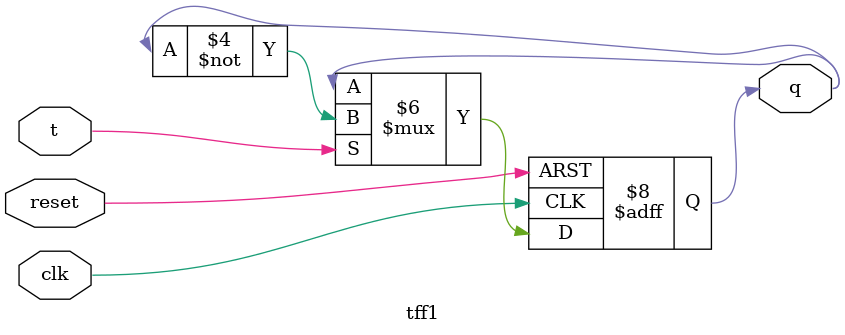
<source format=v>
module tff1(t,clk,reset,q);
input clk,t,reset;
output q;
reg q;
always@(posedge reset or negedge clk)
begin
if(reset==1)
	q<= 0;
else
	if(t==0)
		q= q;
	else
		q= ~q;
end
endmodule
</source>
